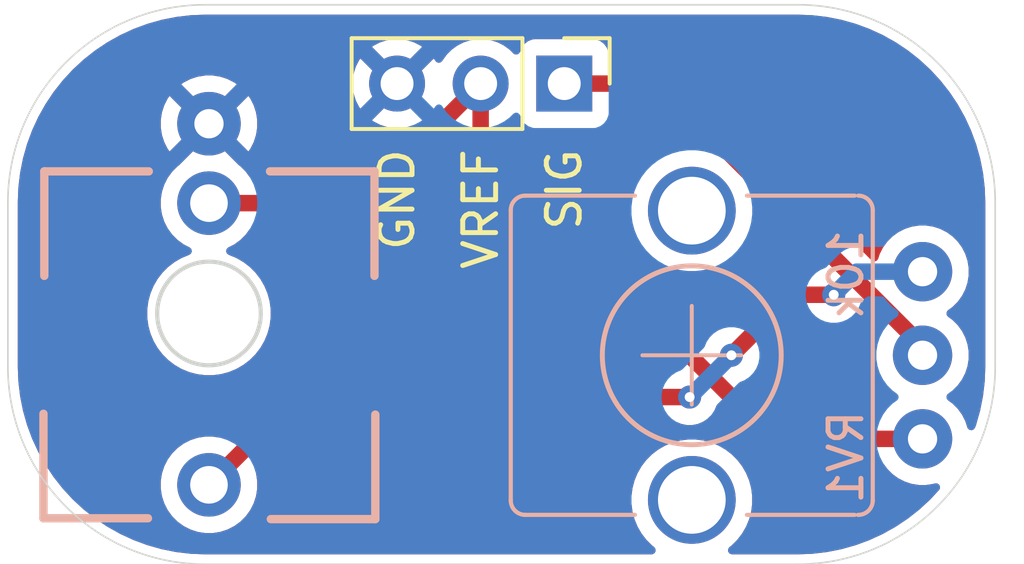
<source format=kicad_pcb>
(kicad_pcb (version 20241229) (generator "pcbnew") (generator_version "9.0")
  (layers (0 "F.Cu" signal) (2 "B.Cu" power) (13 "F.Paste" user) (15 "B.Paste" user) (5 "F.SilkS" user "F.Silkscreen") (7 "B.SilkS" user "B.Silkscreen") (1 "F.Mask" user) (3 "B.Mask" user) (25 "Edge.Cuts" user))
  (net 0 "")
  (net 1 "GND")
  (net 2 "/VREF_1.65V")
  (net 3 "Net-(J1-SIG)")
  (net 4 "Net-(J2-Pin_1)")
  (footprint "Connector_PinHeader_2.54mm:PinHeader_1x03_P2.54mm_Vertical" (layer "F.Cu") (at 136.525 84.455 -90)
    (property "Reference" "J2" (hide yes))
    (property "Value" "Conn_01x03" (hide yes))
    (fp_line (start -1.38 6.46) (end 1.38 6.46) (stroke (width 0.12)) (layer "F.SilkS"))
    (fp_line (start -1.38 1.27) (end -1.38 6.46) (stroke (width 0.12)) (layer "F.SilkS"))
    (fp_line (start -1.38 1.27) (end 1.38 1.27) (stroke (width 0.12)) (layer "F.SilkS"))
    (fp_line (start 1.38 1.27) (end 1.38 6.46) (stroke (width 0.12)) (layer "F.SilkS"))
    (fp_line (start -1.38 0) (end -1.38 -1.38) (stroke (width 0.12)) (layer "F.SilkS"))
    (fp_line (start -1.38 -1.38) (end 0 -1.38) (stroke (width 0.12)) (layer "F.SilkS"))
    (pad "1" thru_hole rect (at 0 0 270) (size 1.7 1.7) (drill 1) (layers "*.Cu" "*.Mask") (net 4 "Net-(J2-Pin_1)"))
    (pad "2" thru_hole circle (at 0 2.54 270) (size 1.7 1.7) (drill 1) (layers "*.Cu" "*.Mask") (net 2 "/VREF_1.65V"))
    (pad "3" thru_hole circle (at 0 5.08 270) (size 1.7 1.7) (drill 1) (layers "*.Cu" "*.Mask") (net 1 "GND"))
  )
  (footprint "elemental_jack:EighthInch_PJ398SM" (layer "B.Cu") (at 125.73 91.44 90)
    (property "Reference" "J1" (hide yes))
    (property "Value" "3.5mm_Mono_Switched" (hide yes))
    (fp_line (start -6.223 -5.0292) (end -3.048 -5.0292) (stroke (width 0.254)) (layer "B.SilkS"))
    (fp_line (start 4.318 -5.0038) (end 4.318 -1.8288) (stroke (width 0.254)) (layer "B.SilkS"))
    (fp_line (start 1.143 -5.0038) (end 4.318 -5.0038) (stroke (width 0.254)) (layer "B.SilkS"))
    (fp_line (start -6.223 -1.8542) (end -6.223 -5.0292) (stroke (width 0.254)) (layer "B.SilkS"))
    (fp_line (start 4.318 1.8542) (end 4.318 5.0292) (stroke (width 0.254)) (layer "B.SilkS"))
    (fp_line (start 4.318 5.0292) (end 1.143 5.0292) (stroke (width 0.254)) (layer "B.SilkS"))
    (fp_line (start -3.0734 5.0546) (end -6.2484 5.0546) (stroke (width 0.254)) (layer "B.SilkS"))
    (fp_line (start -6.2484 5.0546) (end -6.2484 1.8796) (stroke (width 0.254)) (layer "B.SilkS"))
    (fp_circle (center 0 0) (end 1.5748 0) (stroke (width 0.127)) (fill no) (layer "Edge.Cuts"))
    (pad "1" thru_hole circle (at -5.207 0 90) (size 1.9304 1.9304) (drill 1.143) (layers "*.Cu" "*.Mask") (net 3 "Net-(J1-SIG)"))
    (pad "2" thru_hole circle (at 5.7658 0 90) (size 1.9304 1.9304) (drill 0.889) (layers "*.Cu" "*.Mask") (net 1 "GND"))
    (pad "3" thru_hole circle (at 3.3528 0 90) (size 1.9304 1.9304) (drill 1.143) (layers "*.Cu" "*.Mask") (net 2 "/VREF_1.65V"))
  )
  (footprint "elemental_potentiometer:Pot_9mm_Knurl_NoDet" (layer "B.Cu") (at 140.4 92.71 90)
    (property "Reference" "RV1" (at -4.6 4.1 90) (layer "B.SilkS") (effects (justify right top mirror)))
    (property "Value" "10k" (at 1 4.1 90) (layer "B.SilkS") (effects (justify right top mirror)))
    (fp_line (start -4.41 -5.5) (end 4.41 -5.5) (stroke (width 0.127)) (layer "B.SilkS"))
    (fp_line (start 4.85 -1.7272) (end 4.85 -5.06) (stroke (width 0.127)) (layer "B.SilkS"))
    (fp_line (start -4.85 -1.7272) (end -4.85 -5.06) (stroke (width 0.127)) (layer "B.SilkS"))
    (fp_line (start 0 -1.5) (end 0 1.5) (stroke (width 0.12)) (layer "B.SilkS"))
    (fp_line (start -1.5 0) (end 1.5 0) (stroke (width 0.12)) (layer "B.SilkS"))
    (fp_line (start 4.85 4.95) (end 4.85 1.6764) (stroke (width 0.127)) (layer "B.SilkS"))
    (fp_line (start -4.85 4.95) (end -4.85 1.6764) (stroke (width 0.127)) (layer "B.SilkS"))
    (fp_line (start 4.41 5.5) (end -4.41 5.5) (stroke (width 0.127)) (layer "B.SilkS"))
    (fp_arc (start 4.41 -5.5) (mid 4.724636 -5.367578) (end 4.849887 -5.050018) (stroke (width 0.127)) (layer "B.SilkS"))
    (fp_arc (start -4.85 -5.06) (mid -4.717578 -5.374637) (end -4.400018 -5.499887) (stroke (width 0.127)) (layer "B.SilkS"))
    (fp_arc (start 1.651 2.159) (mid -1.651 -2.159) (end 1.651 2.159) (stroke (width 0.15)) (layer "B.SilkS"))
    (fp_arc (start 4.85 5.06) (mid 4.717578 5.374636) (end 4.400018 5.499887) (stroke (width 0.127)) (layer "B.SilkS"))
    (fp_arc (start -4.41 5.5) (mid -4.724637 5.367578) (end -4.849887 5.050018) (stroke (width 0.127)) (layer "B.SilkS"))
    (pad "1" thru_hole circle (at 2.539837 7.012243 180) (size 1.8034 1.8034) (drill 0.889) (layers "*.Cu" "*.Mask") (net 3 "Net-(J1-SIG)"))
    (pad "2" thru_hole circle (at -0.000163 7.012243 180) (size 1.8034 1.8034) (drill 0.889) (layers "*.Cu" "*.Mask") (net 4 "Net-(J2-Pin_1)"))
    (pad "3" thru_hole circle (at -2.540163 7.012243 180) (size 1.8034 1.8034) (drill 0.889) (layers "*.Cu" "*.Mask") (net 2 "/VREF_1.65V"))
    (pad "4" thru_hole circle (at 4.394037 0.001843 90) (size 2.667 2.667) (drill 2.0574) (layers "*.Cu" "*.Mask"))
    (pad "5" thru_hole circle (at -4.394363 0.001843 90) (size 2.667 2.667) (drill 2.0574) (layers "*.Cu" "*.Mask"))
  )
  (gr_line (start 149.62 88.06) (end 149.62 93.06) (stroke (width 0.05)) (layer "Edge.Cuts"))
  (gr_arc (start 119.62 88.06) (mid 121.377359 83.817359) (end 125.62 82.06) (stroke (width 0.05)) (layer "Edge.Cuts"))
  (gr_arc (start 125.62 99.06) (mid 121.377359 97.302641) (end 119.62 93.06) (stroke (width 0.05)) (layer "Edge.Cuts"))
  (gr_line (start 143.62 99.06) (end 125.62 99.06) (stroke (width 0.05)) (layer "Edge.Cuts"))
  (gr_line (start 125.62 82.06) (end 143.62 82.06) (stroke (width 0.05)) (layer "Edge.Cuts"))
  (gr_arc (start 149.62 93.06) (mid 147.862641 97.302641) (end 143.62 99.06) (stroke (width 0.05)) (layer "Edge.Cuts"))
  (gr_line (start 119.62 93.06) (end 119.62 88.06) (stroke (width 0.05)) (layer "Edge.Cuts"))
  (gr_arc (start 143.62 82.06) (mid 147.862641 83.817359) (end 149.62 88.06) (stroke (width 0.05)) (layer "Edge.Cuts"))
  (gr_text "SIG" (at 136.525 86.36 90) (layer "F.SilkS") (effects (font (size 1 1)) (justify right)))
  (gr_text "VREF" (at 133.985 86.36 90) (layer "F.SilkS") (effects (font (size 1 1)) (justify right)))
  (gr_text "GND" (at 131.445 86.36 90) (layer "F.SilkS") (effects (font (size 1 1)) (justify right)))
  (segment (start 147.412243 95.250163) (end 142.875163 95.250163) (width 0.5) (layer "F.Cu") (net 2))
  (segment (start 130.3528 88.0872) (end 133.985 84.455) (width 0.5) (layer "F.Cu") (net 2))
  (segment (start 125.73 88.0872) (end 130.3528 88.0872) (width 0.5) (layer "F.Cu") (net 2))
  (segment (start 142.875163 95.250163) (end 133.985 86.36) (width 0.5) (layer "F.Cu") (net 2))
  (segment (start 133.985 86.36) (end 133.985 84.455) (width 0.5) (layer "F.Cu") (net 2))
  (segment (start 144.713584 90.871416) (end 143.443584 90.871416) (width 0.5) (layer "F.Cu") (net 3))
  (segment (start 140.335 93.98) (end 128.397 93.98) (width 0.5) (layer "F.Cu") (net 3))
  (segment (start 143.443584 90.871416) (end 141.605 92.71) (width 0.5) (layer "F.Cu") (net 3))
  (segment (start 128.397 93.98) (end 125.73 96.647) (width 0.5) (layer "F.Cu") (net 3))
  (via (at 144.713584 90.871416) (size 0.7) (drill 0.3) (layers "F.Cu" "B.Cu") (net 3))
  (via (at 140.335 93.98) (size 0.7) (drill 0.3) (layers "F.Cu" "B.Cu") (net 3))
  (via (at 141.605 92.71) (size 0.7) (drill 0.3) (layers "F.Cu" "B.Cu") (net 3))
  (segment (start 147.412243 90.170163) (end 145.414837 90.170163) (width 0.5) (layer "B.Cu") (net 3))
  (segment (start 141.605 92.71) (end 140.335 93.98) (width 0.5) (layer "B.Cu") (net 3))
  (segment (start 145.414837 90.170163) (end 144.713584 90.871416) (width 0.5) (layer "B.Cu") (net 3))
  (segment (start 147.412243 92.710163) (end 147.412243 92.438703) (width 0.5) (layer "F.Cu") (net 4))
  (segment (start 147.412243 92.438703) (end 139.42854 84.455) (width 0.5) (layer "F.Cu") (net 4))
  (segment (start 139.42854 84.455) (end 136.525 84.455) (width 0.5) (layer "F.Cu") (net 4))
  (zone (net 1) (net_name "GND") (layer "F.Cu") (connect_pads (clearance 0.5)) (min_thickness 0.25) (fill yes (thermal_gap 0.5) (thermal_bridge_width 0.5))
    (polygon (pts (xy 119.38 81.915) (xy 150.495 81.915) (xy 150.495 99.06) (xy 119.38 99.06)))
  )
  (zone (net 1) (net_name "GND") (layer "B.Cu") (priority 1) (connect_pads (clearance 0.5)) (min_thickness 0.25) (fill yes (thermal_gap 0.5) (thermal_bridge_width 0.5))
    (polygon (pts (xy 119.38 81.915) (xy 150.495 81.915) (xy 150.495 99.06) (xy 119.38 99.06)))
  )
)
</source>
